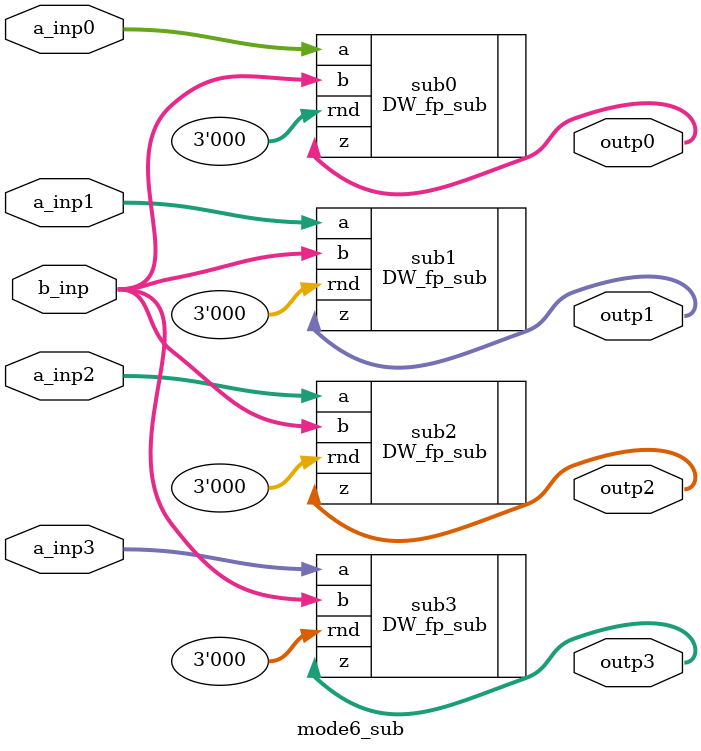
<source format=v>
`define DATAWIDTH 16

module mode6_sub(
  a_inp0,
  a_inp1,
  a_inp2,
  a_inp3,
  
  b_inp,
  
  outp0,
  outp1,
  outp2,
  outp3); 
  
  input  [`DATAWIDTH-1 : 0] a_inp0;
  input  [`DATAWIDTH-1 : 0] a_inp1;
  input  [`DATAWIDTH-1 : 0] a_inp2;
  input  [`DATAWIDTH-1 : 0] a_inp3;
  
  input  [`DATAWIDTH-1 : 0] b_inp;

  output [`DATAWIDTH-1 : 0] outp0;
  output [`DATAWIDTH-1 : 0] outp1;
  output [`DATAWIDTH-1 : 0] outp2;
  output [`DATAWIDTH-1 : 0] outp3;
  
  DW_fp_sub sub0(.a(a_inp0), .b(b_inp), .z(outp0), .rnd(3'b000));
  DW_fp_sub sub1(.a(a_inp1), .b(b_inp), .z(outp1), .rnd(3'b000));
  DW_fp_sub sub2(.a(a_inp2), .b(b_inp), .z(outp2), .rnd(3'b000));
  DW_fp_sub sub3(.a(a_inp3), .b(b_inp), .z(outp3), .rnd(3'b000));

endmodule


</source>
